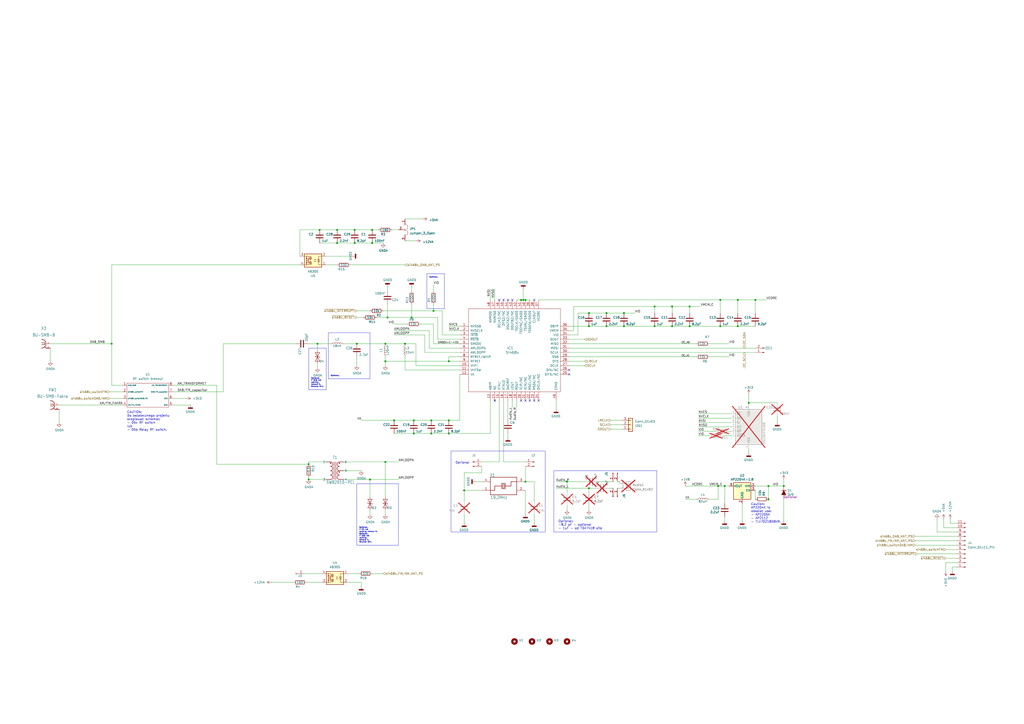
<source format=kicad_sch>
(kicad_sch (version 20230121) (generator eeschema)
  (paper "A2")
  (junction (at 328.93 279.4))
  (junction (at 400.05 177.8))
  (junction (at 250.19 243.84))
  (junction (at 361.95 189.23))
  (junction (at 224.79 184.15))
  (junction (at 420.37 281.94))
  (junction (at 240.03 251.46))
  (junction (at 260.35 243.84))
  (junction (at 185.42 133.35))
  (junction (at 427.99 189.23))
  (junction (at 379.73 189.23))
  (junction (at 205.74 140.97))
  (junction (at 445.77 281.94))
  (junction (at 179.07 278.13))
  (junction (at 250.19 251.46))
  (junction (at 240.03 243.84))
  (junction (at 184.15 199.39))
  (junction (at 195.58 140.97))
  (junction (at 361.95 181.61))
  (junction (at 223.52 209.55))
  (junction (at 223.52 267.97))
  (junction (at 341.63 181.61))
  (junction (at 341.63 283.21))
  (junction (at 64.77 199.39))
  (junction (at 251.46 180.34))
  (junction (at 223.52 199.39))
  (junction (at 389.89 189.23))
  (junction (at 304.8 173.99))
  (junction (at 400.05 189.23))
  (junction (at 351.79 189.23))
  (junction (at 304.8 279.4))
  (junction (at 389.89 177.8))
  (junction (at 303.53 173.99))
  (junction (at 260.35 209.55))
  (junction (at 228.6 243.84))
  (junction (at 445.77 289.56))
  (junction (at 238.76 184.15))
  (junction (at 207.01 199.39))
  (junction (at 215.9 133.35))
  (junction (at 195.58 133.35))
  (junction (at 179.07 269.24))
  (junction (at 379.73 177.8))
  (junction (at 417.83 173.99))
  (junction (at 438.15 173.99))
  (junction (at 341.63 189.23))
  (junction (at 215.9 140.97))
  (junction (at 434.34 233.68))
  (junction (at 416.56 281.94))
  (junction (at 214.63 278.13))
  (junction (at 427.99 173.99))
  (junction (at 269.24 284.48))
  (junction (at 417.83 189.23))
  (junction (at 205.74 133.35))
  (junction (at 351.79 181.61))
  (junction (at 302.26 173.99))
  (junction (at 260.35 251.46))
  (junction (at 454.66 281.94))
  (junction (at 234.95 199.39))
  (no_connect (at 294.64 173.99))
  (no_connect (at 304.8 232.41))
  (no_connect (at 312.42 232.41))
  (no_connect (at 330.2 214.63))
  (no_connect (at 307.34 232.41))
  (no_connect (at 289.56 173.99))
  (no_connect (at 330.2 217.17))
  (no_connect (at 297.18 173.99))
  (no_connect (at 292.1 173.99))
  (no_connect (at 309.88 173.99))
  (no_connect (at 287.02 232.41))
  (no_connect (at 302.26 232.41))
  (no_connect (at 309.88 232.41))
  (wire (pts (xy 554.99 326.39) (xy 548.64 326.39)))
  (wire (pts (xy 284.48 167.64) (xy 284.48 173.99)))
  (wire (pts (xy 228.6 251.46) (xy 240.03 251.46)))
  (wire (pts (xy 430.53 292.1) (xy 430.53 302.26)))
  (polyline (pts (xy 189.23 201.93) (xy 189.23 226.06)))
  (wire (pts (xy 29.21 199.39) (xy 64.77 199.39)))
  (wire (pts (xy 427.99 173.99) (xy 438.15 173.99)))
  (polyline (pts (xy 247.65 179.07) (xy 247.65 158.75)))
  (wire (pts (xy 445.77 281.94) (xy 445.77 289.56)))
  (wire (pts (xy 551.18 300.99) (xy 551.18 303.53)))
  (wire (pts (xy 287.02 167.64) (xy 287.02 173.99)))
  (wire (pts (xy 417.83 189.23) (xy 427.99 189.23)))
  (wire (pts (xy 260.35 243.84) (xy 266.7 243.84)))
  (wire (pts (xy 254 196.85) (xy 266.7 196.85)))
  (wire (pts (xy 434.34 233.68) (xy 450.85 233.68)))
  (wire (pts (xy 234.95 127) (xy 245.11 127)))
  (wire (pts (xy 100.33 234.95) (xy 110.49 234.95)))
  (wire (pts (xy 100.33 227.33) (xy 129.54 227.33)))
  (wire (pts (xy 548.64 326.39) (xy 548.64 331.47)))
  (wire (pts (xy 400.05 177.8) (xy 406.4 177.8)))
  (wire (pts (xy 238.76 168.91) (xy 238.76 166.37)))
  (wire (pts (xy 419.1 252.73) (xy 424.18 252.73)))
  (wire (pts (xy 177.8 337.82) (xy 186.69 337.82)))
  (wire (pts (xy 304.8 270.51) (xy 304.8 279.4)))
  (wire (pts (xy 361.95 181.61) (xy 368.3 181.61)))
  (wire (pts (xy 251.46 187.96) (xy 251.46 199.39)))
  (wire (pts (xy 64.77 199.39) (xy 64.77 223.52)))
  (wire (pts (xy 341.63 189.23) (xy 351.79 189.23)))
  (wire (pts (xy 530.86 316.23) (xy 554.99 316.23)))
  (wire (pts (xy 269.24 274.32) (xy 269.24 284.48)))
  (wire (pts (xy 405.13 250.19) (xy 415.29 250.19)))
  (wire (pts (xy 63.5 231.14) (xy 71.12 231.14)))
  (wire (pts (xy 303.53 173.99) (xy 304.8 173.99)))
  (wire (pts (xy 309.88 279.4) (xy 304.8 279.4)))
  (wire (pts (xy 397.51 289.56) (xy 403.86 289.56)))
  (wire (pts (xy 189.23 148.59) (xy 204.47 148.59)))
  (wire (pts (xy 222.25 332.74) (xy 215.9 332.74)))
  (wire (pts (xy 34.29 234.95) (xy 71.12 234.95)))
  (wire (pts (xy 354.33 246.38) (xy 360.68 246.38)))
  (wire (pts (xy 241.3 199.39) (xy 241.3 212.09)))
  (wire (pts (xy 240.03 251.46) (xy 250.19 251.46)))
  (wire (pts (xy 361.95 189.23) (xy 379.73 189.23)))
  (wire (pts (xy 241.3 212.09) (xy 266.7 212.09)))
  (wire (pts (xy 195.58 133.35) (xy 205.74 133.35)))
  (wire (pts (xy 294.64 251.46) (xy 294.64 254)))
  (wire (pts (xy 405.13 245.11) (xy 424.18 245.11)))
  (wire (pts (xy 389.89 177.8) (xy 389.89 181.61)))
  (wire (pts (xy 223.52 267.97) (xy 223.52 288.29)))
  (wire (pts (xy 548.64 323.85) (xy 554.99 323.85)))
  (wire (pts (xy 299.72 173.99) (xy 302.26 173.99)))
  (wire (pts (xy 328.93 295.91) (xy 328.93 293.37)))
  (wire (pts (xy 322.58 283.21) (xy 341.63 283.21)))
  (wire (pts (xy 269.24 298.45) (xy 269.24 303.53)))
  (wire (pts (xy 64.77 153.67) (xy 173.99 153.67)))
  (wire (pts (xy 328.93 279.4) (xy 339.09 279.4)))
  (wire (pts (xy 351.79 189.23) (xy 361.95 189.23)))
  (wire (pts (xy 422.91 250.19) (xy 424.18 250.19)))
  (wire (pts (xy 341.63 293.37) (xy 341.63 295.91)))
  (wire (pts (xy 422.91 281.94) (xy 420.37 281.94)))
  (wire (pts (xy 353.06 283.21) (xy 355.6 283.21)))
  (wire (pts (xy 234.95 207.01) (xy 234.95 214.63)))
  (wire (pts (xy 234.95 153.67) (xy 203.2 153.67)))
  (wire (pts (xy 199.39 267.97) (xy 223.52 267.97)))
  (wire (pts (xy 297.18 232.41) (xy 297.18 236.22)))
  (wire (pts (xy 434.34 233.68) (xy 434.34 234.95)))
  (wire (pts (xy 543.56 308.61) (xy 554.99 308.61)))
  (wire (pts (xy 411.48 199.39) (xy 422.91 199.39)))
  (wire (pts (xy 427.99 189.23) (xy 438.15 189.23)))
  (wire (pts (xy 238.76 184.15) (xy 238.76 176.53)))
  (wire (pts (xy 379.73 177.8) (xy 379.73 181.61)))
  (wire (pts (xy 185.42 133.35) (xy 195.58 133.35)))
  (wire (pts (xy 260.35 189.23) (xy 266.7 189.23)))
  (wire (pts (xy 275.59 279.4) (xy 279.4 279.4)))
  (wire (pts (xy 417.83 173.99) (xy 417.83 181.61)))
  (wire (pts (xy 266.7 217.17) (xy 266.7 243.84)))
  (wire (pts (xy 207.01 184.15) (xy 210.82 184.15)))
  (wire (pts (xy 454.66 289.56) (xy 454.66 302.26)))
  (wire (pts (xy 199.39 273.05) (xy 209.55 273.05)))
  (wire (pts (xy 224.79 184.15) (xy 224.79 176.53)))
  (wire (pts (xy 328.93 279.4) (xy 328.93 285.75)))
  (wire (pts (xy 284.48 251.46) (xy 284.48 232.41)))
  (wire (pts (xy 304.8 173.99) (xy 307.34 173.99)))
  (wire (pts (xy 214.63 278.13) (xy 214.63 288.29)))
  (wire (pts (xy 304.8 284.48) (xy 304.8 298.45)))
  (wire (pts (xy 551.18 303.53) (xy 554.99 303.53)))
  (wire (pts (xy 222.25 180.34) (xy 251.46 180.34)))
  (wire (pts (xy 454.66 278.13) (xy 454.66 281.94)))
  (wire (pts (xy 246.38 204.47) (xy 266.7 204.47)))
  (wire (pts (xy 184.15 199.39) (xy 184.15 203.2)))
  (wire (pts (xy 179.07 199.39) (xy 184.15 199.39)))
  (wire (pts (xy 335.28 194.31) (xy 335.28 181.61)))
  (polyline (pts (xy 190.5 193.04) (xy 214.63 193.04)))
  (wire (pts (xy 100.33 223.52) (xy 125.73 223.52)))
  (wire (pts (xy 215.9 140.97) (xy 222.25 140.97)))
  (wire (pts (xy 427.99 173.99) (xy 427.99 181.61)))
  (polyline (pts (xy 207.01 280.67) (xy 231.14 280.67)))
  (polyline (pts (xy 214.63 193.04) (xy 214.63 219.71)))
  (wire (pts (xy 289.56 267.97) (xy 279.4 267.97)))
  (wire (pts (xy 354.33 243.84) (xy 360.68 243.84)))
  (wire (pts (xy 250.19 243.84) (xy 260.35 243.84)))
  (wire (pts (xy 205.74 140.97) (xy 215.9 140.97)))
  (wire (pts (xy 405.13 252.73) (xy 411.48 252.73)))
  (wire (pts (xy 251.46 180.34) (xy 256.54 180.34)))
  (wire (pts (xy 330.2 204.47) (xy 438.15 204.47)))
  (wire (pts (xy 71.12 223.52) (xy 64.77 223.52)))
  (wire (pts (xy 199.39 278.13) (xy 214.63 278.13)))
  (wire (pts (xy 64.77 153.67) (xy 64.77 199.39)))
  (wire (pts (xy 405.13 242.57) (xy 424.18 242.57)))
  (wire (pts (xy 179.07 267.97) (xy 189.23 267.97)))
  (wire (pts (xy 248.92 201.93) (xy 266.7 201.93)))
  (wire (pts (xy 335.28 181.61) (xy 341.63 181.61)))
  (wire (pts (xy 547.37 300.99) (xy 547.37 306.07)))
  (wire (pts (xy 279.4 274.32) (xy 279.4 270.51)))
  (wire (pts (xy 228.6 191.77) (xy 248.92 191.77)))
  (wire (pts (xy 346.71 279.4) (xy 355.6 279.4)))
  (wire (pts (xy 359.41 279.4) (xy 359.41 280.67)))
  (wire (pts (xy 260.35 209.55) (xy 266.7 209.55)))
  (wire (pts (xy 157.48 337.82) (xy 170.18 337.82)))
  (wire (pts (xy 223.52 209.55) (xy 260.35 209.55)))
  (wire (pts (xy 330.2 196.85) (xy 339.09 196.85)))
  (wire (pts (xy 434.34 260.35) (xy 434.34 262.89)))
  (wire (pts (xy 260.35 191.77) (xy 266.7 191.77)))
  (wire (pts (xy 330.2 189.23) (xy 341.63 189.23)))
  (polyline (pts (xy 190.5 219.71) (xy 190.5 193.04)))
  (wire (pts (xy 173.99 133.35) (xy 185.42 133.35)))
  (wire (pts (xy 438.15 281.94) (xy 445.77 281.94)))
  (wire (pts (xy 238.76 184.15) (xy 254 184.15)))
  (wire (pts (xy 379.73 177.8) (xy 389.89 177.8)))
  (wire (pts (xy 299.72 232.41) (xy 299.72 236.22)))
  (wire (pts (xy 250.19 251.46) (xy 260.35 251.46)))
  (wire (pts (xy 400.05 189.23) (xy 417.83 189.23)))
  (wire (pts (xy 450.85 245.11) (xy 450.85 241.3)))
  (wire (pts (xy 351.79 181.61) (xy 361.95 181.61)))
  (wire (pts (xy 29.21 201.93) (xy 29.21 209.55)))
  (wire (pts (xy 302.26 173.99) (xy 303.53 173.99)))
  (wire (pts (xy 208.28 332.74) (xy 201.93 332.74)))
  (wire (pts (xy 251.46 199.39) (xy 266.7 199.39)))
  (wire (pts (xy 234.95 214.63) (xy 266.7 214.63)))
  (wire (pts (xy 234.95 199.39) (xy 241.3 199.39)))
  (polyline (pts (xy 179.07 226.06) (xy 179.07 201.93)))
  (wire (pts (xy 543.56 300.99) (xy 543.56 308.61)))
  (wire (pts (xy 223.52 207.01) (xy 223.52 209.55)))
  (wire (pts (xy 548.64 318.77) (xy 554.99 318.77)))
  (wire (pts (xy 341.63 283.21) (xy 345.44 283.21)))
  (wire (pts (xy 292.1 232.41) (xy 292.1 267.97)))
  (wire (pts (xy 214.63 278.13) (xy 231.14 278.13)))
  (wire (pts (xy 243.84 187.96) (xy 251.46 187.96)))
  (wire (pts (xy 214.63 295.91) (xy 214.63 298.45)))
  (wire (pts (xy 332.74 191.77) (xy 332.74 177.8)))
  (wire (pts (xy 411.48 207.01) (xy 422.91 207.01)))
  (wire (pts (xy 289.56 232.41) (xy 289.56 267.97)))
  (wire (pts (xy 438.15 284.48) (xy 438.15 289.56)))
  (wire (pts (xy 330.2 212.09) (xy 339.09 212.09)))
  (wire (pts (xy 417.83 173.99) (xy 427.99 173.99)))
  (wire (pts (xy 224.79 168.91) (xy 224.79 166.37)))
  (wire (pts (xy 179.07 278.13) (xy 189.23 278.13)))
  (wire (pts (xy 554.99 328.93) (xy 552.45 328.93)))
  (wire (pts (xy 309.88 290.83) (xy 309.88 279.4)))
  (wire (pts (xy 129.54 199.39) (xy 171.45 199.39)))
  (wire (pts (xy 207.01 180.34) (xy 214.63 180.34)))
  (wire (pts (xy 199.39 199.39) (xy 207.01 199.39)))
  (wire (pts (xy 330.2 207.01) (xy 403.86 207.01)))
  (wire (pts (xy 234.95 139.7) (xy 241.3 139.7)))
  (wire (pts (xy 354.33 248.92) (xy 360.68 248.92)))
  (wire (pts (xy 266.7 207.01) (xy 260.35 207.01)))
  (wire (pts (xy 251.46 165.1) (xy 251.46 168.91)))
  (wire (pts (xy 228.6 243.84) (xy 240.03 243.84)))
  (wire (pts (xy 215.9 133.35) (xy 219.71 133.35)))
  (polyline (pts (xy 179.07 201.93) (xy 189.23 201.93)))
  (wire (pts (xy 379.73 189.23) (xy 389.89 189.23)))
  (wire (pts (xy 330.2 194.31) (xy 335.28 194.31)))
  (wire (pts (xy 330.2 209.55) (xy 339.09 209.55)))
  (wire (pts (xy 400.05 177.8) (xy 400.05 181.61)))
  (wire (pts (xy 438.15 173.99) (xy 444.5 173.99)))
  (wire (pts (xy 389.89 189.23) (xy 400.05 189.23)))
  (wire (pts (xy 184.15 199.39) (xy 191.77 199.39)))
  (wire (pts (xy 322.58 279.4) (xy 328.93 279.4)))
  (wire (pts (xy 251.46 180.34) (xy 251.46 176.53)))
  (wire (pts (xy 330.2 201.93) (xy 438.15 201.93)))
  (wire (pts (xy 420.37 299.72) (xy 420.37 302.26)))
  (wire (pts (xy 129.54 199.39) (xy 129.54 227.33)))
  (wire (pts (xy 420.37 281.94) (xy 420.37 292.1)))
  (wire (pts (xy 179.07 276.86) (xy 179.07 278.13)))
  (wire (pts (xy 445.77 289.56) (xy 445.77 290.83)))
  (wire (pts (xy 184.15 210.82) (xy 184.15 213.36)))
  (wire (pts (xy 358.14 283.21) (xy 359.41 283.21)))
  (wire (pts (xy 240.03 243.84) (xy 250.19 243.84)))
  (wire (pts (xy 176.53 332.74) (xy 186.69 332.74)))
  (wire (pts (xy 341.63 181.61) (xy 351.79 181.61)))
  (wire (pts (xy 207.01 199.39) (xy 223.52 199.39)))
  (wire (pts (xy 445.77 281.94) (xy 454.66 281.94)))
  (polyline (pts (xy 257.81 179.07) (xy 247.65 179.07)))
  (wire (pts (xy 227.33 133.35) (xy 231.14 133.35)))
  (wire (pts (xy 438.15 173.99) (xy 438.15 181.61)))
  (polyline (pts (xy 214.63 219.71) (xy 190.5 219.71)))
  (wire (pts (xy 309.88 298.45) (xy 309.88 303.53)))
  (wire (pts (xy 416.56 281.94) (xy 420.37 281.94)))
  (wire (pts (xy 63.5 227.33) (xy 71.12 227.33)))
  (wire (pts (xy 209.55 337.82) (xy 209.55 340.36)))
  (wire (pts (xy 189.23 153.67) (xy 195.58 153.67)))
  (wire (pts (xy 434.34 228.6) (xy 434.34 233.68)))
  (wire (pts (xy 332.74 177.8) (xy 379.73 177.8)))
  (wire (pts (xy 269.24 274.32) (xy 279.4 274.32)))
  (wire (pts (xy 125.73 269.24) (xy 179.07 269.24)))
  (wire (pts (xy 330.2 191.77) (xy 332.74 191.77)))
  (wire (pts (xy 201.93 337.82) (xy 209.55 337.82)))
  (polyline (pts (xy 231.14 316.23) (xy 207.01 316.23)))
  (wire (pts (xy 223.52 267.97) (xy 231.14 267.97)))
  (wire (pts (xy 185.42 140.97) (xy 195.58 140.97)))
  (wire (pts (xy 179.07 267.97) (xy 179.07 269.24)))
  (wire (pts (xy 260.35 251.46) (xy 284.48 251.46)))
  (wire (pts (xy 405.13 240.03) (xy 424.18 240.03)))
  (wire (pts (xy 34.29 237.49) (xy 34.29 245.11)))
  (wire (pts (xy 292.1 267.97) (xy 304.8 267.97)))
  (wire (pts (xy 530.86 313.69) (xy 554.99 313.69)))
  (wire (pts (xy 405.13 247.65) (xy 424.18 247.65)))
  (wire (pts (xy 389.89 177.8) (xy 400.05 177.8)))
  (wire (pts (xy 397.51 281.94) (xy 416.56 281.94)))
  (wire (pts (xy 322.58 232.41) (xy 322.58 237.49)))
  (wire (pts (xy 330.2 199.39) (xy 403.86 199.39)))
  (wire (pts (xy 547.37 306.07) (xy 554.99 306.07)))
  (wire (pts (xy 341.63 283.21) (xy 341.63 285.75)))
  (wire (pts (xy 236.22 187.96) (xy 228.6 187.96)))
  (wire (pts (xy 223.52 209.55) (xy 223.52 212.09)))
  (wire (pts (xy 416.56 289.56) (xy 416.56 281.94)))
  (wire (pts (xy 269.24 284.48) (xy 269.24 290.83)))
  (wire (pts (xy 223.52 199.39) (xy 234.95 199.39)))
  (wire (pts (xy 173.99 133.35) (xy 173.99 148.59)))
  (polyline (pts (xy 231.14 280.67) (xy 231.14 316.23)))
  (wire (pts (xy 303.53 167.64) (xy 303.53 173.99)))
  (wire (pts (xy 205.74 133.35) (xy 215.9 133.35)))
  (wire (pts (xy 248.92 191.77) (xy 248.92 201.93)))
  (wire (pts (xy 552.45 328.93) (xy 552.45 331.47)))
  (polyline (pts (xy 247.65 158.75) (xy 257.81 158.75)))
  (wire (pts (xy 100.33 231.14) (xy 107.95 231.14)))
  (wire (pts (xy 218.44 184.15) (xy 224.79 184.15)))
  (wire (pts (xy 254 184.15) (xy 254 196.85)))
  (wire (pts (xy 530.86 311.15) (xy 554.99 311.15)))
  (wire (pts (xy 312.42 173.99) (xy 417.83 173.99)))
  (wire (pts (xy 223.52 295.91) (xy 223.52 298.45)))
  (wire (pts (xy 125.73 223.52) (xy 125.73 269.24)))
  (wire (pts (xy 256.54 194.31) (xy 266.7 194.31)))
  (wire (pts (xy 246.38 194.31) (xy 246.38 204.47)))
  (polyline (pts (xy 189.23 226.06) (xy 179.07 226.06)))
  (wire (pts (xy 207.01 207.01) (xy 207.01 212.09)))
  (wire (pts (xy 260.35 207.01) (xy 260.35 209.55)))
  (wire (pts (xy 411.48 289.56) (xy 416.56 289.56)))
  (wire (pts (xy 228.6 194.31) (xy 246.38 194.31)))
  (wire (pts (xy 294.64 232.41) (xy 294.64 243.84)))
  (wire (pts (xy 532.13 321.31) (xy 554.99 321.31)))
  (wire (pts (xy 224.79 184.15) (xy 238.76 184.15)))
  (wire (pts (xy 256.54 180.34) (xy 256.54 194.31)))
  (polyline (pts (xy 257.81 158.75) (xy 257.81 179.07)))
  (wire (pts (xy 195.58 140.97) (xy 205.74 140.97)))
  (polyline (pts (xy 207.01 316.23) (xy 207.01 280.67)))
  (wire (pts (xy 209.55 243.84) (xy 228.6 243.84)))
  (wire (pts (xy 358.14 279.4) (xy 359.41 279.4)))
  (wire (pts (xy 279.4 284.48) (xy 269.24 284.48)))
  (rectangle (start 261.62 261.62) (end 316.23 308.61))
  (rectangle (start 321.31 273.05) (end 381 308.61))
  (text "CAUTION:\nDo ostatecznego projektu\nskopiować schemat:\n- 05c RF switch\nlub\n- 05b Relay RF switch." (at 73.66 250.19 0) (effects (font (size 1.27 1.27)) (justify left bottom)))
  (text "Optional.\nIf DAB not \nworking\nremove it.\nReverse 5V4. " (at 180.34 224.79 0) (effects (font (size 0.75 0.75)) (justify left bottom)))
  (text "Caution:\nAP2204K is\nobsolet use:\n- AP2205K\n- AP2112\n- TLV70218DBVR." (at 435.61 303.53 0) (effects (font (size 1.27 1.27)) (justify left bottom)))
  (text "Optional." (at 191.77 218.44 0) (effects (font (size 0.75 0.75)) (justify left bottom)))
  (text "Oprional" (at 264.16 269.24 0) (effects (font (size 1.27 1.27)) (justify left bottom)))
  (text "Optional.\nIf AM not \nworking remove it.\nOptional.\nIf DAB not \nworking\nremove it.\nReverse 5V4. " (at 208.28 314.96 0) (effects (font (size 0.75 0.75)) (justify left bottom)))
  (text "Optional." (at 248.92 161.29 0) (effects (font (size 0.75 0.75)) (justify left bottom)))
  (text "Oprional:\n-8.2 pF - optional\n- 1uF - od TDA7418 site" (at 323.85 307.34 0) (effects (font (size 1.27 1.27)) (justify left bottom)))
  (label "AMLOOPN" (at 228.6 191.77 0))
  (label "NVSO" (at 405.13 247.65 0))
  (label "VA" (at 209.55 243.84 180))
  (label "AM_TRANSFORMET" (at 102.87 223.52 0))
  (label "I2C_A1" (at 394.97 207.01 0) (effects (font (size 1 1))))
  (label "AM{slash}FM_FAKRA" (at 71.12 234.95 180))
  (label "VIO" (at 405.13 252.73 0))
  (label "NVSO" (at 287.02 167.64 270))
  (label "VIO" (at 368.3 181.61 0))
  (label "NVCS" (at 405.13 240.03 0))
  (label "SMODE=1->i2c" (at 254 199.39 0) (effects (font (size 1 1))))
  (label "I2C_A0" (at 394.97 199.39 0) (effects (font (size 1 1))))
  (label "AMLOOPN" (at 231.14 267.97 0))
  (label "VA" (at 397.51 289.56 0))
  (label "VCORE" (at 401.32 281.94 0))
  (label "DAB{slash}FM_capacitor" (at 102.87 227.33 0))
  (label "VIO" (at 422.91 199.39 0))
  (label "Audio_L" (at 297.18 236.22 270))
  (label "VMEM_C" (at 411.48 281.94 0))
  (label "VIO" (at 405.13 250.19 0))
  (label "AMLOOPP" (at 231.14 278.13 0))
  (label "NVCLK" (at 405.13 242.57 0))
  (label "Audio_R" (at 299.72 236.22 270))
  (label "VIO" (at 422.91 207.01 0))
  (label "NVSI" (at 405.13 245.11 0))
  (label "VMEM_C" (at 406.4 177.8 0))
  (label "DAB_SMB" (at 52.07 199.39 0))
  (label "Audio_L" (at 322.58 283.21 0))
  (label "VIO" (at 448.31 281.94 0))
  (label "VCORE" (at 444.5 173.99 0))
  (label "Audio_R" (at 322.58 279.4 0))
  (label "NVCLK" (at 260.35 191.77 0))
  (label "NVCS" (at 260.35 189.23 0))
  (label "VIO" (at 228.6 187.96 180))
  (label "VIO" (at 251.46 165.1 0))
  (label "NVSI" (at 284.48 167.64 270))
  (label "AMLOOPP" (at 228.6 194.31 0))
  (hierarchical_label "I2C_SCL" (shape input) (at 431.8 204.47 270))
  (hierarchical_label "I2C_SDA" (shape input) (at 431.8 201.93 90))
  (hierarchical_label "~{si468x_RESET}" (shape input) (at 548.64 323.85 180))
  (hierarchical_label "SCLK" (shape input) (at 354.33 246.38 180))
  (hierarchical_label "si468x_FM{slash}AM_ANT_PS" (shape input) (at 530.86 313.69 180))
  (hierarchical_label "LRCLK" (shape input) (at 354.33 243.84 180))
  (hierarchical_label "~{si468x_INTERRUPT}" (shape input) (at 532.13 321.31 180))
  (hierarchical_label "SDOUT" (shape input) (at 354.33 248.92 180))
  (hierarchical_label "~{si468x_INTERRUPT}" (shape input) (at 207.01 180.34 180))
  (hierarchical_label "si468x_switchFM" (shape input) (at 63.5 227.33 180))
  (hierarchical_label "SDOUT" (shape input) (at 339.09 196.85 0))
  (hierarchical_label "si468x_switchDAB{slash}AM" (shape input) (at 530.86 316.23 180))
  (hierarchical_label "si468x_DAB_ANT_PS" (shape input) (at 530.86 311.15 180))
  (hierarchical_label "si468x_DAB_ANT_PS" (shape input) (at 234.95 153.67 0))
  (hierarchical_label "~{si468x_RESET}" (shape input) (at 207.01 184.15 180))
  (hierarchical_label "si468x_switchDAB{slash}AM" (shape input) (at 63.5 231.14 180))
  (hierarchical_label "si468x_FM{slash}AM_ANT_PS" (shape input) (at 222.25 332.74 0))
  (hierarchical_label "SCLK" (shape input) (at 339.09 212.09 0))
  (hierarchical_label "si468x_switchFM" (shape input) (at 548.64 318.77 180))
  (hierarchical_label "LRCLK" (shape input) (at 339.09 209.55 0))
  (symbol (lib_id "power:GNDD") (at 209.55 340.36 0) (unit 1)
    (property "Reference" "#PWR036" (effects hide))
    (property "Value" "GNDD" (at 209.6516 344.297 0))
  )
  (symbol (lib_id "power:GNDD") (at 450.85 245.11 0) (mirror y) (unit 1)
    (property "Reference" "#PWR023" (effects hide))
    (property "Value" "GNDD" (at 450.7484 249.047 0))
  )
  (symbol (lib_id "Connector_Generic:Conn_01x02") (at 364.49 280.67 0) (unit 1) (dnp yes)
    (property "Reference" "Audio1" (at 367.03 281.305 0) (effects (justify left)))
    (property "Value" "Conn_01x02" (at 367.03 283.845 0) (effects (justify left)))
    (property "Footprint" "Connector_PinHeader_2.54mm:PinHeader_1x02_P2.54mm_Vertical" (effects hide))
    (property "Module" "DAB+" (effects hide))
    (property "TME no." "n/a" (effects hide))
  )
  (symbol (lib_id "power:+3V3") (at 454.66 278.13 0) (unit 1)
    (property "Reference" "#PWR016" (effects hide))
    (property "Value" "+3V3" (at 454.66 274.32 0))
  )
  (symbol (lib_id "Device:C") (at 351.79 185.42 0) (unit 1)
    (property "Reference" "C17" (at 345.44 184.15 0) (effects (justify left)))
    (property "Value" "2.2nF" (at 353.06 187.96 0) (effects (justify left)))
    (property "Footprint" "Capacitor_SMD:C_0603_1608Metric" (effects hide))
    (property "TME no." "C0603C222K3RACAUTO" (effects hide))
    (property "Module" "DAB+" (effects hide))
    (property "Manufacturer" "KEMET" (effects hide))
    (property "Manufacturer no." "C0603C222K3RACAUTO" (effects hide))
  )
  (symbol (lib_id "power:GNDD") (at 204.47 148.59 90) (unit 1)
    (property "Reference" "#PWR035" (effects hide))
    (property "Value" "GNDD" (at 203.327 148.4884 0))
  )
  (symbol (lib_id "Device:R") (at 240.03 187.96 270) (unit 1)
    (property "Reference" "R8" (at 238.76 185.42 90))
    (property "Value" "10k" (at 240.03 187.96 90))
    (property "Footprint" "Resistor_SMD:R_0603_1608Metric" (effects hide))
    (property "TME no." "RC0603FR-1310KL" (effects hide))
    (property "Module" "DAB+" (effects hide))
  )
  (symbol (lib_id "Device:R") (at 251.46 172.72 0) (unit 1)
    (property "Reference" "R1" (at 248.92 173.99 90))
    (property "Value" "100k" (at 251.46 172.72 90))
    (property "Footprint" "Resistor_SMD:R_0603_1608Metric" (effects hide))
    (property "TME no." "RC0603FR-07100K" (effects hide))
    (property "Module" "DAB+" (effects hide))
  )
  (symbol (lib_id "Device:C") (at 309.88 294.64 0) (unit 1) (dnp yes)
    (property "Reference" "C4" (at 312.42 293.37 0) (effects (justify left)))
    (property "Value" "n.b." (at 312.42 295.91 0) (effects (justify left)))
    (property "Footprint" "Capacitor_SMD:C_0603_1608Metric" (effects hide))
    (property "Module" "DAB+" (effects hide))
  )
  (symbol (lib_id "power:+12VA") (at 157.48 337.82 90) (unit 1)
    (property "Reference" "#PWR01" (effects hide))
    (property "Value" "+12VA" (at 153.67 337.82 90) (effects (justify left)))
  )
  (symbol (lib_id "Device:L") (at 407.67 289.56 90) (unit 1)
    (property "Reference" "L4" (at 407.67 287.02 90))
    (property "Value" "82uH" (at 407.67 290.83 90))
    (property "Footprint" "Inductor_SMD:L_Ferrocore_DLG-0703" (effects hide))
    (property "Manufacturer" "FERROCORE" (effects hide))
    (property "Manufacturer no." "DJNR6045-820" (effects hide))
    (property "TME no." "DJNR6045-820" (effects hide))
    (property "Module" "DAB+" (effects hide))
  )
  (symbol (lib_id "Device:C") (at 294.64 247.65 0) (unit 1)
    (property "Reference" "C6" (at 295.91 245.11 0) (effects (justify left)))
    (property "Value" "1uF" (effects hide))
    (property "Footprint" "Capacitor_SMD:C_0603_1608Metric" (effects hide))
    (property "TME no." "CL10B105KA8NNNC" (effects hide))
    (property "Module" "DAB+" (effects hide))
  )
  (symbol (lib_id "Device:R") (at 407.67 207.01 90) (unit 1)
    (property "Reference" "R6" (at 408.94 209.55 90))
    (property "Value" "10k" (at 407.67 207.01 90))
    (property "Footprint" "Resistor_SMD:R_0603_1608Metric" (effects hide))
    (property "TME no." "RC0603FR-1310KL" (effects hide))
    (property "Module" "DAB+" (effects hide))
  )
  (symbol (lib_id "power:GNDA") (at 207.01 212.09 0) (unit 1)
    (property "Reference" "#PWR032" (effects hide))
    (property "Value" "GNDA" (at 207.137 216.4842 0))
  )
  (symbol (lib_id "Mechanical:MountingHole") (at 328.93 372.11 0) (unit 1)
    (property "Reference" "H4" (at 331.47 371.475 0) (effects (justify left)))
    (property "Value" "MountingHole" (effects hide))
    (property "Footprint" "MountingHole:MountingHole_3.2mm_M3" (effects hide))
  )
  (symbol (lib_id "Device:C") (at 379.73 185.42 0) (unit 1)
    (property "Reference" "C10" (at 373.38 184.15 0) (effects (justify left)))
    (property "Value" "1uF" (at 381 187.96 0) (effects (justify left)))
    (property "Footprint" "Capacitor_SMD:C_0603_1608Metric" (effects hide))
    (property "TME no." "CL10B105KA8NNNC" (effects hide))
    (property "Module" "DAB+" (effects hide))
  )
  (symbol (lib_id "power:GNDD") (at 454.66 302.26 0) (mirror y) (unit 1)
    (property "Reference" "#PWR017" (effects hide))
    (property "Value" "GNDD" (at 454.5584 306.197 0))
  )
  (symbol (lib_id "Device:R") (at 214.63 184.15 90) (unit 1)
    (property "Reference" "R11" (at 215.9 186.69 90))
    (property "Value" "10k" (at 214.63 184.15 90))
    (property "Footprint" "Resistor_SMD:R_0603_1608Metric" (effects hide))
    (property "TME no." "RC0603FR-1310KL" (effects hide))
    (property "Module" "DAB+" (effects hide))
  )
  (symbol (lib_id "Diode:ESD9B3.3ST5G") (at 223.52 292.1 270) (unit 1)
    (property "Reference" "D3" (at 227.33 294.64 90) (effects (justify right)))
    (property "Value" "ESD5Z5.0T1G" (effects hide))
    (property "Footprint" "Diode_SMD:D_SOD-523" (effects hide))
    (property "Datasheet" "https://www.tme.eu/Document/71395020f2f7b5f6cf374e0fb9bce274/ESD5Zx-DTE.PDF" (effects hide))
    (property "TME no." "ESD5Z3.3T1G" (effects hide))
    (property "Module" "DAB+" (effects hide))
  )
  (symbol (lib_id "power:GNDD") (at 434.34 262.89 0) (mirror y) (unit 1)
    (property "Reference" "#PWR024" (effects hide))
    (property "Value" "GNDD" (at 434.2384 266.827 0))
  )
  (symbol (lib_id "Diode:ESD9B3.3ST5G") (at 184.15 207.01 270) (unit 1)
    (property "Reference" "D4" (at 187.96 209.55 90) (effects (justify right)))
    (property "Value" "ESD5Z5.0T1G" (effects hide))
    (property "Footprint" "Diode_SMD:D_SOD-523" (effects hide))
    (property "Datasheet" "https://www.tme.eu/Document/71395020f2f7b5f6cf374e0fb9bce274/ESD5Zx-DTE.PDF" (effects hide))
    (property "TME no." "ESD5Z3.3T1G" (effects hide))
    (property "Module" "DAB+" (effects hide))
  )
  (symbol (lib_id "power:GNDD") (at 303.53 167.64 0) (mirror x) (unit 1)
    (property "Reference" "#PWR012" (effects hide))
    (property "Value" "GNDD" (at 303.6316 163.703 0))
  )
  (symbol (lib_id "power:GNDA") (at 184.15 213.36 0) (unit 1)
    (property "Reference" "#PWR034" (effects hide))
    (property "Value" "GNDA" (at 184.277 217.7542 0))
  )
  (symbol (lib_id "Device:C") (at 205.74 137.16 0) (unit 1)
    (property "Reference" "C29" (at 199.39 135.89 0) (effects (justify left)))
    (property "Value" "8.2pF" (at 207.01 139.7 0) (effects (justify left)))
    (property "Footprint" "Capacitor_SMD:C_0603_1608Metric" (effects hide))
    (property "TME no." "CC0603CRNPO9BN8R2" (effects hide))
    (property "Module" "DAB+" (effects hide))
    (property "Manufacturer" "YAGEO" (effects hide))
    (property "Manufacturer no." "CC0603CRNPO9BN8R2" (effects hide))
  )
  (symbol (lib_id "Device:C") (at 175.26 199.39 90) (unit 1)
    (property "Reference" "C27" (at 173.99 205.74 0) (effects (justify left)))
    (property "Value" "33pF" (at 177.8 198.12 0) (effects (justify left)))
    (property "Footprint" "Capacitor_SMD:C_0603_1608Metric" (effects hide))
    (property "TME no." "CC0603JRNPO9330" (effects hide))
    (property "Module" "DAB+" (effects hide))
    (property "Manufacturer" "YAGEO" (effects hide))
    (property "Manufacturer no." "CC0603JRNPO9BN330" (effects hide))
  )
  (symbol (lib_id "Diode:ESD9B3.3ST5G") (at 214.63 292.1 270) (unit 1)
    (property "Reference" "D2" (at 218.44 294.64 90) (effects (justify right)))
    (property "Value" "ESD5Z5.0T1G" (effects hide))
    (property "Footprint" "Diode_SMD:D_SOD-523" (effects hide))
    (property "Datasheet" "https://www.tme.eu/Document/71395020f2f7b5f6cf374e0fb9bce274/ESD5Zx-DTE.PDF" (effects hide))
    (property "TME no." "ESD5Z3.3T1G" (effects hide))
    (property "Module" "DAB+" (effects hide))
  )
  (symbol (lib_id "power:GNDD") (at 224.79 166.37 0) (mirror x) (unit 1)
    (property "Reference" "#PWR021" (effects hide))
    (property "Value" "GNDD" (at 224.8916 162.433 0))
  )
  (symbol (lib_id "Device:R") (at 419.1 250.19 90) (unit 1) (dnp yes)
    (property "Reference" "R13" (at 415.29 248.92 90))
    (property "Value" "10k" (at 419.1 250.19 90))
    (property "Footprint" "Resistor_SMD:R_0603_1608Metric" (effects hide))
    (property "TME no." "RC0603FR-1310KL" (effects hide))
    (property "Module" "DAB+" (effects hide))
  )
  (symbol (lib_id "Device:R") (at 173.99 337.82 270) (mirror x) (unit 1)
    (property "Reference" "R4" (at 172.72 340.36 90))
    (property "Value" "160" (at 173.99 337.82 90))
    (property "Footprint" "Resistor_SMD:R_0603_1608Metric" (effects hide))
    (property "TME no." "SMD0603-160R-1%" (effects hide))
    (property "Module" "DAB+" (effects hide))
  )
  (symbol (lib_id "power:+5VA") (at 547.37 300.99 0) (unit 1)
    (property "Reference" "#PWR037" (effects hide))
    (property "Value" "+5VA" (at 547.37 297.18 90) (effects (justify left)))
  )
  (symbol (lib_id "Device:D_Zener_ALT") (at 454.66 285.75 270) (unit 1)
    (property "Reference" "D1" (at 456.692 284.5816 90) (effects (justify left)))
    (property "Value" "3V9" (at 456.692 286.893 90) (effects (justify left)))
    (property "Footprint" "Diode_SMD:D_SOD-123" (effects hide))
    (property "JLCPBC" "C107594" (effects hide))
    (property "Module" "DAB+" (effects hide))
    (property "TME no." "BZT52C3V9-DC" (effects hide))
    (property "Remarks" "Optional" (at 458.47 288.29 90))
  )
  (symbol (lib_id "Device:C") (at 450.85 237.49 0) (unit 1) (dnp yes)
    (property "Reference" "C25" (at 444.5 236.22 0) (effects (justify left)))
    (property "Value" "100nF" (at 452.12 240.03 0) (effects (justify left)))
    (property "Footprint" "Capacitor_SMD:C_0603_1608Metric" (effects hide))
    (property "TME no." "0603F104Z250CT" (effects hide))
    (property "Module" "DAB+" (effects hide))
  )
  (symbol (lib_id "Device:R") (at 223.52 133.35 270) (mirror x) (unit 1)
    (property "Reference" "R3" (at 222.25 135.89 90))
    (property "Value" "160" (at 223.52 133.35 90))
    (property "Footprint" "Resistor_SMD:R_0603_1608Metric" (effects hide))
    (property "TME no." "SMD0603-160R-1%" (effects hide))
    (property "Module" "DAB+" (effects hide))
  )
  (symbol (lib_id "Device:C") (at 195.58 137.16 0) (unit 1)
    (property "Reference" "C28" (at 189.23 135.89 0) (effects (justify left)))
    (property "Value" "2.2nF" (at 196.85 139.7 0) (effects (justify left)))
    (property "Footprint" "Capacitor_SMD:C_0603_1608Metric" (effects hide))
    (property "TME no." "C0603C222K3RACAUTO" (effects hide))
    (property "Module" "DAB+" (effects hide))
    (property "Manufacturer" "KEMET" (effects hide))
    (property "Manufacturer no." "C0603C222K3RACAUTO" (effects hide))
  )
  (symbol (lib_id "Device:C") (at 420.37 295.91 0) (mirror y) (unit 1)
    (property "Reference" "C23" (at 417.449 294.7416 0) (effects (justify left)))
    (property "Value" "2.2uF" (at 417.449 297.053 0) (effects (justify left)))
    (property "Footprint" "Capacitor_SMD:C_0603_1608Metric" (effects hide))
    (property "Module" "DAB+" (effects hide))
    (property "TME no." "CL10A225KA8NNNC" (effects hide))
  )
  (symbol (lib_id "si468x_symbols:BU-SMB-B") (at 26.67 199.39 0) (unit 1)
    (property "Reference" "X3" (at 25.4 190.5 0) (effects (font (size 1.778 1.5113))))
    (property "Value" "BU-SMB-B" (at 25.4 194.31 0) (effects (font (size 1.778 1.5113))))
    (property "Footprint" "si468xSymbols:BU-SMB-B" (effects hide))
    (property "Manufacturer" "AMPHENOL RF" (effects hide))
    (property "Manufacturer no." "SMB1252B13G50" (effects hide))
    (property "TME no." "SMB1252B13G50" (effects hide))
    (property "Module" "DAB+" (effects hide))
  )
  (symbol (lib_id "Device:C") (at 400.05 185.42 0) (unit 1)
    (property "Reference" "C12" (at 393.7 184.15 0) (effects (justify left)))
    (property "Value" "8.2pF" (at 401.32 187.96 0) (effects (justify left)))
    (property "Footprint" "Capacitor_SMD:C_0603_1608Metric" (effects hide))
    (property "TME no." "CC0603CRNPO9BN8R2" (effects hide))
    (property "Module" "DAB+" (effects hide))
    (property "Manufacturer" "YAGEO" (effects hide))
    (property "Manufacturer no." "CC0603CRNPO9BN8R2" (effects hide))
  )
  (symbol (lib_id "Device:C") (at 260.35 247.65 0) (unit 1)
    (property "Reference" "C21" (at 254 246.38 0) (effects (justify left)))
    (property "Value" "8.2pF" (at 261.62 250.19 0) (effects (justify left)))
    (property "Footprint" "Capacitor_SMD:C_0603_1608Metric" (effects hide))
    (property "TME no." "CC0603CRNPO9BN8R2" (effects hide))
    (property "Module" "DAB+" (effects hide))
    (property "Manufacturer" "YAGEO" (effects hide))
    (property "Manufacturer no." "CC0603CRNPO9BN8R2" (effects hide))
  )
  (symbol (lib_id "si468x_symbols:BU-SMB-Fakra") (at 31.75 234.95 0) (unit 1)
    (property "Reference" "XW1" (at 30.48 226.06 0) (effects (font (size 1.778 1.5113))))
    (property "Value" "BU-SMB-Fakra" (at 30.48 229.87 0) (effects (font (size 1.778 1.5113))))
    (property "Footprint" "si468xSymbols:BU-SMB-Fakra" (effects hide))
    (property "Manufacturer" "Molex" (effects hide))
    (property "Manufacturer no." "73403-5112 + ZRS-FAKRA-DIN" (effects hide))
    (property "Module" "DAB+" (effects hide))
    (property "TME no." "MX-73403-5112 + ZRS-FAKRA-DIN" (effects hide))
  )
  (symbol (lib_id "power:GNDA") (at 328.93 295.91 0) (unit 1)
    (property "Reference" "#PWR09" (effects hide))
    (property "Value" "GNDA" (at 329.057 300.3042 0))
  )
  (symbol (lib_id "Device:C") (at 240.03 247.65 0) (unit 1)
    (property "Reference" "C19" (at 233.68 246.38 0) (effects (justify left)))
    (property "Value" "1uF" (at 241.3 250.19 0) (effects (justify left)))
    (property "Footprint" "Capacitor_SMD:C_0603_1608Metric" (effects hide))
    (property "TME no." "CL10B105KA8NNNC" (effects hide))
    (property "Module" "DAB+" (effects hide))
  )
  (symbol (lib_id "Device:C") (at 328.93 289.56 0) (unit 1) (dnp yes)
    (property "Reference" "C5" (at 331.851 288.3916 0) (effects (justify left)))
    (property "Value" "8.2pF" (at 331.851 290.703 0) (effects (justify left)))
    (property "Footprint" "Capacitor_SMD:C_0603_1608Metric" (effects hide))
    (property "Module" "DAB+" (effects hide))
    (property "TME no." "CC0603CRNPO9BN8R2" (effects hide))
    (property "Manufacturer" "YAGEO" (effects hide))
    (property "Manufacturer no." "CC0603CRNPO9BN8R2" (effects hide))
  )
  (symbol (lib_id "power:GNDA") (at 223.52 212.09 0) (unit 1)
    (property "Reference" "#PWR031" (effects hide))
    (property "Value" "GNDA" (at 223.647 216.4842 0))
  )
  (symbol (lib_id "power:GNDD") (at 322.58 237.49 0) (mirror y) (unit 1)
    (property "Reference" "#PWR011" (effects hide))
    (property "Value" "GNDD" (at 322.4784 241.427 0))
  )
  (symbol (lib_id "power:+1V8") (at 397.51 281.94 0) (unit 1)
    (property "Reference" "#PWR020" (effects hide))
    (property "Value" "+1V8" (at 397.51 278.13 0))
  )
  (symbol (lib_id "Connector:Conn_01x02_Pin") (at 309.88 267.97 0) (mirror y) (unit 1)
    (property "Reference" "J2" (at 309.245 264.16 0))
    (property "Value" "Conn_01x02_Pin" (effects hide))
    (property "Footprint" "Connector_PinHeader_2.54mm:PinHeader_1x02_P2.54mm_Vertical" (effects hide))
    (property "Module" "DAB+" (effects hide))
    (property "TME no." "n/a" (effects hide))
  )
  (symbol (lib_id "Device:R") (at 179.07 273.05 180) (unit 1)
    (property "Reference" "R10" (at 181.61 271.78 90))
    (property "Value" "49.9" (at 179.07 273.05 90))
    (property "Footprint" "Resistor_SMD:R_0603_1608Metric" (effects hide))
    (property "TME no." "RC0603FR-0749R9L" (effects hide))
    (property "Module" "DAB+" (effects hide))
    (property "Manufacturer" "YAGEO" (effects hide))
    (property "Manufacturer no." "RC0603FR-0749R9L" (effects hide))
  )
  (symbol (lib_id "power:GNDA") (at 209.55 273.05 0) (unit 1)
    (property "Reference" "#PWR028" (effects hide))
    (property "Value" "GNDA" (at 209.677 277.4442 0))
  )
  (symbol (lib_id "power:GNDA") (at 179.07 278.13 0) (unit 1)
    (property "Reference" "#PWR027" (effects hide))
    (property "Value" "GNDA" (at 179.197 282.5242 0))
  )
  (symbol (lib_id "Device:L") (at 234.95 203.2 180) (unit 1)
    (property "Reference" "L3" (at 234.95 201.93 0) (effects (justify right)))
    (property "Value" "22nH" (at 234.95 204.47 0) (effects (justify right)))
    (property "Footprint" "Inductor_SMD:L_0603_1608Metric" (effects hide))
    (property "Manufacturer" "MURATA" (effects hide))
    (property "Manufacturer no." "LQW18AN22NG00D" (effects hide))
    (property "TME no." "LQW18AN22NG00D" (effects hide))
    (property "Module" "DAB+" (effects hide))
  )
  (symbol (lib_id "power:GNDD") (at 309.88 303.53 0) (mirror y) (unit 1)
    (property "Reference" "#PWR07" (effects hide))
    (property "Value" "GNDD" (at 309.7784 307.467 0))
  )
  (symbol (lib_id "Device:L") (at 195.58 199.39 90) (unit 1)
    (property "Reference" "L2" (at 195.58 196.85 90))
    (property "Value" "18nH" (at 195.58 200.66 90))
    (property "Footprint" "Inductor_SMD:L_0603_1608Metric" (effects hide))
    (property "Manufacturer" "MURATA" (effects hide))
    (property "Manufacturer no." "LQG18HN18NJ00D" (effects hide))
    (property "TME no." "LQG18HN18NJ00D" (effects hide))
    (property "Module" "DAB+" (effects hide))
  )
  (symbol (lib_id "si468x_symbols:XTAL_3.2X2.5") (at 292.1 281.94 0) (unit 1)
    (property "Reference" "X1" (at 285.75 275.59 0) (effects (font (size 1.778 1.5113))))
    (property "Value" "19.2MHz" (at 284.48 289.56 0) (effects (font (size 1.778 1.5113)) (justify left bottom)))
    (property "Footprint" "Crystal:Crystal_SMD_Abracon_ABM8G-4Pin_3.2x2.5mm" (effects hide))
    (property "Datasheet" "https://www.mouser.pl/datasheet/2/3/abm8-1384678.pdf" (effects hide))
    (property "Manufacturer" "ABRACON" (effects hide))
    (property "Manufacturer no." "ABM8-19.200MHZ-10-1-U-T" (effects hide))
    (property "Module" "DAB+" (effects hide))
  )
  (symbol (lib_id "power:GNDD") (at 430.53 302.26 0) (mirror y) (unit 1)
    (property "Reference" "#PWR018" (effects hide))
    (property "Value" "GNDD" (at 430.4284 306.197 0))
  )
  (symbol (lib_id "Device:C") (at 427.99 185.42 0) (unit 1)
    (property "Reference" "C14" (at 421.64 184.15 0) (effects (justify left)))
    (property "Value" "2.2nF" (at 429.26 187.96 0) (effects (justify left)))
    (property "Footprint" "Capacitor_SMD:C_0603_1608Metric" (effects hide))
    (property "TME no." "C0603C222K3RACAUTO" (effects hide))
    (property "Module" "DAB+" (effects hide))
    (property "Manufacturer" "KEMET" (effects hide))
    (property "Manufacturer no." "C0603C222K3RACAUTO" (effects hide))
  )
  (symbol (lib_id "Device:C") (at 215.9 137.16 0) (unit 1)
    (property "Reference" "C1" (at 209.55 135.89 0) (effects (justify left)))
    (property "Value" "100nF" (at 217.17 139.7 0) (effects (justify left)))
    (property "Footprint" "Capacitor_SMD:C_0603_1608Metric" (effects hide))
    (property "TME no." "0603F104Z250CT" (effects hide))
    (property "Module" "DAB+" (effects hide))
  )
  (symbol (lib_id "Connector:Conn_01x01_Socket") (at 171.45 332.74 180) (unit 1)
    (property "Reference" "J3" (at 173.99 334.01 0))
    (property "Value" "Conn_01x01_Socket" (effects hide))
    (property "Footprint" "Connector_Wire:SolderWire-0.1sqmm_1x01_D0.4mm_OD1mm_Relief2x" (effects hide))
    (property "Module" "DAB+" (effects hide))
    (property "TME no." "n/a" (effects hide))
  )
  (symbol (lib_id "Relay_SolidState:ASSR-1218") (at 194.31 335.28 0) (mirror y) (unit 1)
    (property "Reference" "U4" (at 194.31 326.39 0))
    (property "Value" "AB30S" (at 194.31 328.93 0))
    (property "Footprint" "Package_SO:SO-4_4.4x4.3mm_P2.54mm" (effects hide))
    (property "Datasheet" "https://www.tme.eu/Document/08966ec278cc69b8a04fc12b6b5ad26e/AB30S-MGT.PDF" (effects hide))
    (property "Manufacturer" "MGT BRIGHTEK" (effects hide))
    (property "Manufacturer no." "AB30S" (effects hide))
    (property "TME no." "AB30S-MGT" (effects hide))
    (property "Module" "DAB+" (effects hide))
  )
  (symbol (lib_id "power:+5VA") (at 245.11 127 270) (unit 1)
    (property "Reference" "#PWR02" (effects hide))
    (property "Value" "+5VA" (at 248.92 127.635 90) (effects (justify left)))
  )
  (symbol (lib_id "Device:C") (at 417.83 185.42 0) (unit 1)
    (property "Reference" "C13" (at 411.48 184.15 0) (effects (justify left)))
    (property "Value" "1uF" (at 419.1 187.96 0) (effects (justify left)))
    (property "Footprint" "Capacitor_SMD:C_0603_1608Metric" (effects hide))
    (property "TME no." "CL10B105KA8NNNC" (effects hide))
    (property "Module" "DAB+" (effects hide))
  )
  (symbol (lib_id "Mechanical:MountingHole") (at 318.77 372.11 0) (unit 1)
    (property "Reference" "H3" (at 321.31 371.475 0) (effects (justify left)))
    (property "Value" "MountingHole" (effects hide))
    (property "Footprint" "MountingHole:MountingHole_3.2mm_M3" (effects hide))
  )
  (symbol (lib_id "power:GNDD") (at 275.59 279.4 270) (mirror x) (unit 1)
    (property "Reference" "#PWR05" (effects hide))
    (property "Value" "GNDD" (at 271.653 279.2984 0))
  )
  (symbol (lib_id "Device:C") (at 349.25 283.21 90) (unit 1) (dnp yes)
    (property "Reference" "C9" (at 346.71 281.94 0) (effects (justify left)))
    (property "Value" "1uF" (at 351.79 281.94 0) (effects (justify left)))
    (property "Footprint" "Capacitor_SMD:C_0603_1608Metric" (effects hide))
    (property "TME no." "CL10B105KA8NNNC" (effects hide))
    (property "Module" "DAB+" (effects hide))
  )
  (symbol (lib_id "power:GNDA") (at 214.63 298.45 0) (unit 1)
    (property "Reference" "#PWR029" (effects hide))
    (property "Value" "GNDA" (at 214.757 302.8442 0))
  )
  (symbol (lib_id "power:GNDD") (at 110.49 234.95 0) (mirror y) (unit 1)
    (property "Reference" "#PWR046" (effects hide))
    (property "Value" "GNDD" (at 110.3884 238.887 0))
  )
  (symbol (lib_id "Connector:Conn_01x11_Pin") (at 560.07 316.23 180) (unit 1)
    (property "Reference" "J4" (at 561.34 314.96 0) (effects (justify right)))
    (property "Value" "Conn_01x11_Pin" (at 561.34 317.5 0) (effects (justify right)))
    (property "Footprint" "Connector_PinSocket_2.54mm:PinSocket_1x11_P2.54mm_Vertical" (effects hide))
  )
  (symbol (lib_id "power:+3V3") (at 107.95 231.14 270) (unit 1)
    (property "Reference" "#PWR047" (effects hide))
    (property "Value" "+3V3" (at 111.76 231.14 90) (effects (justify left)))
  )
  (symbol (lib_id "power:GNDD") (at 304.8 298.45 0) (mirror y) (unit 1)
    (property "Reference" "#PWR039" (effects hide))
    (property "Value" "GNDD" (at 304.6984 302.387 0))
  )
  (symbol (lib_id "Relay_SolidState:ASSR-1218") (at 181.61 151.13 180) (unit 1)
    (property "Reference" "U5" (at 181.61 160.02 0))
    (property "Value" "AB30S" (at 181.61 157.48 0))
    (property "Footprint" "Package_SO:SO-4_4.4x4.3mm_P2.54mm" (effects hide))
    (property "Datasheet" "https://www.tme.eu/Document/08966ec278cc69b8a04fc12b6b5ad26e/AB30S-MGT.PDF" (effects hide))
    (property "Manufacturer" "MGT BRIGHTEK" (effects hide))
    (property "Manufacturer no." "AB30S" (effects hide))
    (property "TME no." "AB30S-MGT" (effects hide))
    (property "Module" "DAB+" (effects hide))
  )
  (symbol (lib_id "power:GNDA") (at 223.52 298.45 0) (unit 1)
    (property "Reference" "#PWR030" (effects hide))
    (property "Value" "GNDA" (at 223.647 302.8442 0))
  )
  (symbol (lib_id "Device:L") (at 223.52 203.2 180) (unit 1)
    (property "Reference" "L1" (at 220.98 203.2 90))
    (property "Value" "120nH" (at 224.79 203.2 90))
    (property "Footprint" "Inductor_SMD:L_0603_1608Metric" (effects hide))
    (property "Manufacturer" "MURATA" (effects hide))
    (property "Manufacturer no." "LQW18ANR12G00D" (effects hide))
    (property "TME no." "LQW18ANR12G00D" (effects hide))
    (property "Module" "DAB+" (effects hide))
  )
  (symbol (lib_id "Device:C") (at 341.63 289.56 0) (unit 1) (dnp yes)
    (property "Reference" "C7" (at 344.551 288.3916 0) (effects (justify left)))
    (property "Value" "8.2pF" (at 344.551 290.703 0) (effects (justify left)))
    (property "Footprint" "Capacitor_SMD:C_0603_1608Metric" (effects hide))
    (property "Module" "DAB+" (effects hide))
    (property "TME no." "CC0603CRNPO9BN8R2" (effects hide))
    (property "Manufacturer" "YAGEO" (effects hide))
    (property "Manufacturer no." "CC0603CRNPO9BN8R2" (effects hide))
  )
  (symbol (lib_id "power:GNDD") (at 294.64 254 0) (mirror y) (unit 1)
    (property "Reference" "#PWR08" (effects hide))
    (property "Value" "GNDD" (at 294.5384 257.937 0))
  )
  (symbol (lib_name "RF-switch_1") (lib_id "si468x_symbols:RF-switch") (at 86.36 229.87 0) (unit 1)
    (property "Reference" "U1" (at 85.725 217.17 0))
    (property "Value" "RF switch brekout" (at 85.725 219.71 0))
    (property "Footprint" "si468xSymbols:RF_switch_BreakoutBoard" (effects hide))
    (property "Module" "DAB+" (effects hide))
  )
  (symbol (lib_id "power:GNDD") (at 552.45 331.47 0) (mirror y) (unit 1)
    (property "Reference" "#PWR014" (effects hide))
    (property "Value" "GNDD" (at 552.3484 335.407 0))
  )
  (symbol (lib_id "Device:R") (at 218.44 180.34 90) (unit 1)
    (property "Reference" "R2" (at 219.71 182.88 90))
    (property "Value" "10k" (at 218.44 180.34 90))
    (property "Footprint" "Resistor_SMD:R_0603_1608Metric" (effects hide))
    (property "TME no." "RC0603FR-1310KL" (effects hide))
    (property "Module" "DAB+" (effects hide))
  )
  (symbol (lib_id "Mechanical:MountingHole") (at 298.45 372.11 0) (unit 1)
    (property "Reference" "H1" (at 300.99 371.475 0) (effects (justify left)))
    (property "Value" "MountingHole" (effects hide))
    (property "Footprint" "MountingHole:MountingHole_3.2mm_M3" (effects hide))
  )
  (symbol (lib_id "Connector:Conn_01x02_Pin") (at 358.14 288.29 270) (mirror x) (unit 1)
    (property "Reference" "J6" (at 361.95 287.655 0))
    (property "Value" "Conn_01x02_Pin" (effects hide))
    (property "Footprint" "Connector_PinHeader_2.54mm:PinHeader_1x02_P2.54mm_Vertical" (effects hide))
    (property "Module" "DAB+" (effects hide))
    (property "TME no." "n/a" (effects hide))
  )
  (symbol (lib_id "power:GNDA") (at 222.25 140.97 0) (unit 1)
    (property "Reference" "#PWR04" (effects hide))
    (property "Value" "GNDA" (at 222.377 145.3642 0))
  )
  (symbol (lib_id "power:+12VA") (at 551.18 300.99 0) (unit 1)
    (property "Reference" "#PWR038" (effects hide))
    (property "Value" "+12VA" (at 551.18 297.18 90) (effects (justify left)))
  )
  (symbol (lib_id "Device:C") (at 438.15 185.42 0) (unit 1)
    (property "Reference" "C15" (at 431.8 184.15 0) (effects (justify left)))
    (property "Value" "8.2pF" (at 439.42 187.96 0) (effects (justify left)))
    (property "Footprint" "Capacitor_SMD:C_0603_1608Metric" (effects hide))
    (property "TME no." "CC0603CRNPO9BN8R2" (effects hide))
    (property "Module" "DAB+" (effects hide))
    (property "Manufacturer" "YAGEO" (effects hide))
    (property "Manufacturer no." "CC0603CRNPO9BN8R2" (effects hide))
  )
  (symbol (lib_id "Connector:Conn_01x02_Pin") (at 355.6 274.32 90) (mirror x) (unit 1)
    (property "Reference" "J5" (at 351.79 274.955 0))
    (property "Value" "Conn_01x02_Pin" (effects hide))
    (property "Footprint" "Connector_PinHeader_2.54mm:PinHeader_1x02_P2.54mm_Vertical" (effects hide))
    (property "Module" "DAB+" (effects hide))
    (property "TME no." "n/a" (effects hide))
  )
  (symbol (lib_id "Device:C") (at 342.9 279.4 90) (unit 1) (dnp yes)
    (property "Reference" "C8" (at 340.36 278.13 0) (effects (justify left)))
    (property "Value" "1uF" (at 345.44 278.13 0) (effects (justify left)))
    (property "Footprint" "Capacitor_SMD:C_0603_1608Metric" (effects hide))
    (property "TME no." "CL10B105KA8NNNC" (effects hide))
    (property "Module" "DAB+" (effects hide))
  )
  (symbol (lib_id "Device:C") (at 389.89 185.42 0) (unit 1)
    (property "Reference" "C11" (at 383.54 184.15 0) (effects (justify left)))
    (property "Value" "2.2nF" (at 391.16 187.96 0) (effects (justify left)))
    (property "Footprint" "Capacitor_SMD:C_0603_1608Metric" (effects hide))
    (property "TME no." "C0603C222K3RACAUTO" (effects hide))
    (property "Module" "DAB+" (effects hide))
    (property "Manufacturer" "KEMET" (effects hide))
    (property "Manufacturer no." "C0603C222K3RACAUTO" (effects hide))
  )
  (symbol (lib_id "Device:C") (at 250.19 247.65 0) (unit 1)
    (property "Reference" "C20" (at 243.84 246.38 0) (effects (justify left)))
    (property "Value" "2.2nF" (at 251.46 250.19 0) (effects (justify left)))
    (property "Footprint" "Capacitor_SMD:C_0603_1608Metric" (effects hide))
    (property "TME no." "C0603C222K3RACAUTO" (effects hide))
    (property "Module" "DAB+" (effects hide))
    (property "Manufacturer" "KEMET" (effects hide))
    (property "Manufacturer no." "C0603C222K3RACAUTO" (effects hide))
  )
  (symbol (lib_id "power:GNDA") (at 543.56 300.99 180) (unit 1)
    (property "Reference" "#PWR013" (effects hide))
    (property "Value" "GNDA" (at 543.433 296.5958 0))
  )
  (symbol (lib_id "Device:C") (at 185.42 137.16 0) (unit 1)
    (property "Reference" "C2" (at 179.07 135.89 0) (effects (justify left)))
    (property "Value" "1uF" (at 186.69 139.7 0) (effects (justify left)))
    (property "Footprint" "Capacitor_SMD:C_0603_1608Metric" (effects hide))
    (property "TME no." "CL10B105KA8NNNC" (effects hide))
    (property "Module" "DAB+" (effects hide))
  )
  (symbol (lib_id "si468x:SI468x") (at 299.72 204.47 0) (unit 1)
    (property "Reference" "IC1" (at 295.91 201.93 0) (effects (font (size 1.4986 1.4986))))
    (property "Value" "SI468x" (at 297.18 204.47 0) (effects (font (size 1.4986 1.4986))))
    (property "Footprint" "si468x:QFN48-BREAKOUT" (effects hide))
    (property "Datasheet" "https://www.silabs.com/documents/public/data-shorts/Si4688-short.pdf" (effects hide))
    (property "Module" "DAB+" (effects hide))
    (property "Manufacturer" "Skyworks" (effects hide))
    (property "Manufacturer no." "SI4689-A10-GM" (effects hide))
  )
  (symbol (lib_id "Device:C") (at 269.24 294.64 0) (unit 1) (dnp yes)
    (property "Reference" "C3" (at 262.89 293.37 0) (effects (justify left)))
    (property "Value" "n.b." (at 260.35 295.91 0) (effects (justify left)))
    (property "Footprint" "Capacitor_SMD:C_0603_1608Metric" (effects hide))
    (property "Module" "DAB+" (effects hide))
  )
  (symbol (lib_id "Device:C") (at 224.79 172.72 180) (unit 1)
    (property "Reference" "C24" (at 231.14 173.99 0) (effects (justify left)))
    (property "Value" "100nF" (at 223.52 170.18 0) (effects (justify left)))
    (property "Footprint" "Capacitor_SMD:C_0603_1608Metric" (effects hide))
    (property "TME no." "0603F104Z250CT" (effects hide))
    (property "Module" "DAB+" (effects hide))
  )
  (symbol (lib_id "Device:R") (at 238.76 172.72 0) (unit 1)
    (property "Reference" "R12" (at 236.22 173.99 90))
    (property "Value" "100k" (at 238.76 172.72 90))
    (property "Footprint" "Resistor_SMD:R_0603_1608Metric" (effects hide))
    (property "TME no." "RC0603FR-07100K" (effects hide))
    (property "Module" "DAB+" (effects hide))
  )
  (symbol (lib_id "Device:C") (at 228.6 247.65 0) (unit 1)
    (property "Reference" "C22" (at 222.25 246.38 0) (effects (justify left)))
    (property "Value" "100nF" (at 229.87 250.19 0) (effects (justify left)))
    (property "Footprint" "Capacitor_SMD:C_0603_1608Metric" (effects hide))
    (property "TME no." "0603F104Z250CT" (effects hide))
    (property "Module" "DAB+" (effects hide))
  )
  (symbol (lib_id "Device:R") (at 212.09 332.74 270) (mirror x) (unit 1)
    (property "Reference" "R16" (at 210.82 335.28 90))
    (property "Value" "330" (at 212.09 332.74 90))
    (property "Footprint" "Resistor_SMD:R_0603_1608Metric" (effects hide))
    (property "TME no." "SMD0603-330R-1%" (effects hide))
    (property "Module" "DAB+" (effects hide))
  )
  (symbol (lib_id "Device:C") (at 361.95 185.42 0) (unit 1)
    (property "Reference" "C18" (at 355.6 184.15 0) (effects (justify left)))
    (property "Value" "8.2pF" (at 363.22 187.96 0) (effects (justify left)))
    (property "Footprint" "Capacitor_SMD:C_0603_1608Metric" (effects hide))
    (property "TME no." "CC0603CRNPO9BN8R2" (effects hide))
    (property "Module" "DAB+" (effects hide))
    (property "Manufacturer" "YAGEO" (effects hide))
    (property "Manufacturer no." "CC0603CRNPO9BN8R2" (effects hide))
  )
  (symbol (lib_id "Mechanical:MountingHole") (at 308.61 372.11 0) (unit 1)
    (property "Reference" "H2" (at 311.15 371.475 0) (effects (justify left)))
    (property "Value" "MountingHole" (effects hide))
    (property "Footprint" "MountingHole:MountingHole_3.2mm_M3" (effects hide))
  )
  (symbol (lib_id "Device:R") (at 199.39 153.67 270) (mirror x) (unit 1)
    (property "Reference" "R15" (at 198.12 156.21 90))
    (property "Value" "330" (at 199.39 153.67 90))
    (property "Footprint" "Resistor_SMD:R_0603_1608Metric" (effects hide))
    (property "TME no." "SMD0603-330R-1%" (effects hide))
    (property "Module" "DAB+" (effects hide))
  )
  (symbol (lib_id "Regulator_Linear:AP2204K-3.3") (at 430.53 284.48 0) (mirror y) (unit 1)
    (property "Reference" "U2" (at 430.53 275.7932 0))
    (property "Value" "AP2204K-1.8" (at 430.53 278.1046 0))
    (property "Footprint" "Package_TO_SOT_SMD:SOT-23-5" (effects hide))
    (property "Datasheet" "chrome-extension://efaidnbmnnnibpcajpcglclefindmkaj/https://www.mouser.pl/datasheet/2/115/DIOD_S_A0009553075_1-2512842.pdf" (effects hide))
    (property "Module" "DAB+" (effects hide))
    (property "TME no." "AP2204K-1.8TRG1" (effects hide))
    (property "Manufacturer" "DIODES Incorporated" (effects hide))
    (property "Manufacturer no." "AP2204K-1.8TRG1" (effects hide))
  )
  (symbol (lib_id "power:GNDD") (at 269.24 303.53 0) (mirror y) (unit 1)
    (property "Reference" "#PWR06" (effects hide))
    (property "Value" "GNDD" (at 269.1384 307.467 0))
  )
  (symbol (lib_id "power:GNDD") (at 238.76 166.37 0) (mirror x) (unit 1)
    (property "Reference" "#PWR022" (effects hide))
    (property "Value" "GNDD" (at 238.8616 162.433 0))
  )
  (symbol (lib_id "Device:R") (at 441.96 289.56 90) (mirror x) (unit 1)
    (property "Reference" "R9" (at 443.1284 287.782 0) (effects (justify right)))
    (property "Value" "10k" (at 440.817 287.782 0) (effects (justify right)))
    (property "Footprint" "Resistor_SMD:R_0603_1608Metric" (effects hide))
    (property "Module" "DAB+" (effects hide))
    (property "TME no." "RC0603FR-1310KL" (effects hide))
  )
  (symbol (lib_id "Device:R") (at 407.67 199.39 90) (unit 1)
    (property "Reference" "R7" (at 410.21 195.58 90))
    (property "Value" "10k" (at 407.67 199.39 90))
    (property "Footprint" "Resistor_SMD:R_0603_1608Metric" (effects hide))
    (property "TME no." "RC0603FR-1310KL" (effects hide))
    (property "Module" "DAB+" (effects hide))
  )
  (symbol (lib_id "power:+3V3") (at 548.64 331.47 180) (unit 1)
    (property "Reference" "#PWR015" (effects hide))
    (property "Value" "+3V3" (at 548.64 335.28 90) (effects (justify left)))
  )
  (symbol (lib_id "power:GNDA") (at 341.63 295.91 0) (unit 1)
    (property "Reference" "#PWR010" (effects hide))
    (property "Value" "GNDA" (at 341.757 300.3042 0))
  )
  (symbol (lib_id "Device:C") (at 207.01 203.2 0) (unit 1)
    (property "Reference" "C26" (at 200.66 201.93 0) (effects (justify left)))
    (property "Value" "2.7pF" (at 208.28 205.74 0) (effects (justify left)))
    (property "Footprint" "Capacitor_SMD:C_0603_1608Metric" (effects hide))
    (property "TME no." "0603N2R7C500CT" (effects hide))
    (property "Module" "DAB+" (effects hide))
    (property "Manufacturer" "WALSIN" (effects hide))
    (property "Manufacturer no." "0603N2R7C500CT" (effects hide))
  )
  (symbol (lib_id "power:GNDD") (at 420.37 302.26 0) (mirror y) (unit 1)
    (property "Reference" "#PWR019" (effects hide))
    (property "Value" "GNDD" (at 420.2684 306.197 0))
  )
  (symbol (lib_id "Memory_Flash:SST25VF080B-50-4x-S2Ax") (at 434.34 247.65 0) (unit 1) (dnp yes)
    (property "Reference" "U3" (at 427.99 236.22 0) (effects (justify left)))
    (property "Value" "SSt25VF016B" (at 443.23 257.81 90) (effects (justify left)))
    (property "Footprint" "si468xSymbols:sst25vf016b BreakoutBoard" (effects hide))
    (property "Datasheet" "http://ww1.microchip.com/downloads/en/DeviceDoc/20005045C.pdf" (effects hide))
    (property "Manufacturer" "MICROCHIP TECHNOLOGY" (effects hide))
    (property "Manufacturer no." "SST25VF016B-50-4I-S2AF" (effects hide))
    (property "TME no." "SST25016B-504IS" (effects hide))
    (property "Module" "DAB+" (effects hide))
  )
  (symbol (lib_id "Jumper:Jumper_3_Open") (at 234.95 133.35 270) (unit 1)
    (property "Reference" "JP1" (at 237.49 132.715 90) (effects (justify left)))
    (property "Value" "Jumper_3_Open" (at 237.49 135.255 90) (effects (justify left)))
    (property "Footprint" "Connector_PinSocket_2.54mm:PinSocket_1x03_P2.54mm_Vertical" (effects hide))
    (property "Module" "DAB+" (effects hide))
    (property "TME no." "n/a" (effects hide))
  )
  (symbol (lib_id "power:GNDA") (at 34.29 245.11 0) (unit 1)
    (property "Reference" "#PWR026" (effects hide))
    (property "Value" "GNDA" (at 34.417 249.5042 0))
  )
  (symbol (lib_id "Device:R") (at 415.29 252.73 90) (unit 1) (dnp yes)
    (property "Reference" "R14" (at 420.37 254 90))
    (property "Value" "10k" (at 415.29 252.73 90))
    (property "Footprint" "Resistor_SMD:R_0603_1608Metric" (effects hide))
    (property "TME no." "RC0603FR-1310KL" (effects hide))
    (property "Module" "DAB+" (effects hide))
  )
  (symbol (lib_id "Connector:Conn_01x02_Pin") (at 274.32 267.97 0) (unit 1)
    (property "Reference" "J1" (at 274.955 264.16 0))
    (property "Value" "Conn_01x02_Pin" (effects hide))
    (property "Footprint" "Connector_PinHeader_2.54mm:PinHeader_1x02_P2.54mm_Vertical" (effects hide))
    (property "Module" "DAB+" (effects hide))
    (property "TME no." "n/a" (effects hide))
  )
  (symbol (lib_id "Connector:Conn_01x02_Pin") (at 443.23 204.47 180) (unit 1)
    (property "Reference" "I2C1" (at 445.77 201.93 0))
    (property "Value" "Conn_01x02_Pin" (effects hide))
    (property "Footprint" "Connector_PinHeader_2.54mm:PinHeader_1x02_P2.54mm_Vertical" (effects hide))
    (property "Module" "DAB+" (effects hide))
    (property "TME no." "n/a" (effects hide))
  )
  (symbol (lib_id "power:+12VA") (at 241.3 139.7 270) (unit 1)
    (property "Reference" "#PWR03" (effects hide))
    (property "Value" "+12VA" (at 245.11 140.335 90) (effects (justify left)))
  )
  (symbol (lib_id "power:+3V3") (at 434.34 228.6 0) (unit 1)
    (property "Reference" "#PWR025" (effects hide))
    (property "Value" "+3V3" (at 434.34 224.79 0))
  )
  (symbol (lib_id "power:GNDA") (at 29.21 209.55 0) (unit 1)
    (property "Reference" "#PWR033" (effects hide))
    (property "Value" "GNDA" (at 29.337 213.9442 0))
  )
  (symbol (lib_id "si468x_symbols:SWB2010PCL") (at 194.31 273.05 0) (unit 1)
    (property "Reference" "T1" (at 194.31 265.43 0) (effects (font (size 1.778 1.5113))))
    (property "Value" "SWB2010-PCL" (at 189.23 280.67 0) (effects (font (size 1.778 1.5113)) (justify left bottom)))
    (property "Footprint" "si468xSymbols:COILCRAFT-SWBXXXX-PCL" (effects hide))
    (property "Manufacturer" "COILCRAFT" (effects hide))
    (property "Manufacturer no." "SWB2010-PCL" (effects hide))
    (property "Module" "DAB+" (effects hide))
  )
  (symbol (lib_id "Device:C") (at 341.63 185.42 0) (unit 1)
    (property "Reference" "C16" (at 335.28 184.15 0) (effects (justify left)))
    (property "Value" "1uF" (at 342.9 187.96 0) (effects (justify left)))
    (property "Footprint" "Capacitor_SMD:C_0603_1608Metric" (effects hide))
    (property "TME no." "CL10B105KA8NNNC" (effects hide))
    (property "Module" "DAB+" (effects hide))
  )
  (symbol (lib_id "Connector_Generic:Conn_01x03") (at 365.76 246.38 0) (mirror x) (unit 1)
    (property "Reference" "I2S1" (at 368.3 247.015 0) (effects (justify left)))
    (property "Value" "Conn_01x03" (at 368.3 244.475 0) (effects (justify left)))
    (property "Footprint" "Connector_PinHeader_2.54mm:PinHeader_1x03_P2.54mm_Vertical" (effects hide))
    (property "Module" "DAB+" (effects hide))
    (property "TME no." "n/a" (effects hide))
  )
)
</source>
